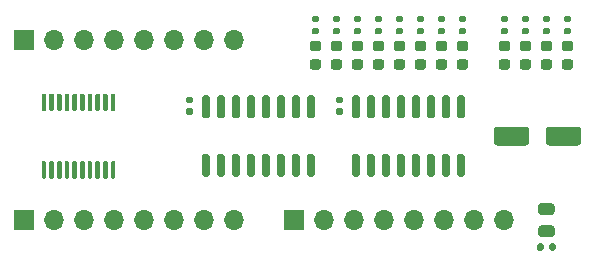
<source format=gbr>
%TF.GenerationSoftware,KiCad,Pcbnew,(5.1.10-1-10_14)*%
%TF.CreationDate,2021-10-16T23:36:31-04:00*%
%TF.ProjectId,address-register,61646472-6573-4732-9d72-656769737465,rev?*%
%TF.SameCoordinates,Original*%
%TF.FileFunction,Soldermask,Top*%
%TF.FilePolarity,Negative*%
%FSLAX46Y46*%
G04 Gerber Fmt 4.6, Leading zero omitted, Abs format (unit mm)*
G04 Created by KiCad (PCBNEW (5.1.10-1-10_14)) date 2021-10-16 23:36:31*
%MOMM*%
%LPD*%
G01*
G04 APERTURE LIST*
%ADD10O,1.700000X1.700000*%
%ADD11R,1.700000X1.700000*%
G04 APERTURE END LIST*
%TO.C,U3*%
G36*
G01*
X216151750Y-15082000D02*
X216664250Y-15082000D01*
G75*
G02*
X216883000Y-15300750I0J-218750D01*
G01*
X216883000Y-15738250D01*
G75*
G02*
X216664250Y-15957000I-218750J0D01*
G01*
X216151750Y-15957000D01*
G75*
G02*
X215933000Y-15738250I0J218750D01*
G01*
X215933000Y-15300750D01*
G75*
G02*
X216151750Y-15082000I218750J0D01*
G01*
G37*
G36*
G01*
X216151750Y-13507000D02*
X216664250Y-13507000D01*
G75*
G02*
X216883000Y-13725750I0J-218750D01*
G01*
X216883000Y-14163250D01*
G75*
G02*
X216664250Y-14382000I-218750J0D01*
G01*
X216151750Y-14382000D01*
G75*
G02*
X215933000Y-14163250I0J218750D01*
G01*
X215933000Y-13725750D01*
G75*
G02*
X216151750Y-13507000I218750J0D01*
G01*
G37*
%TD*%
%TO.C,U4*%
G36*
G01*
X185951000Y-20090000D02*
X185651000Y-20090000D01*
G75*
G02*
X185501000Y-19940000I0J150000D01*
G01*
X185501000Y-18290000D01*
G75*
G02*
X185651000Y-18140000I150000J0D01*
G01*
X185951000Y-18140000D01*
G75*
G02*
X186101000Y-18290000I0J-150000D01*
G01*
X186101000Y-19940000D01*
G75*
G02*
X185951000Y-20090000I-150000J0D01*
G01*
G37*
G36*
G01*
X187221000Y-20090000D02*
X186921000Y-20090000D01*
G75*
G02*
X186771000Y-19940000I0J150000D01*
G01*
X186771000Y-18290000D01*
G75*
G02*
X186921000Y-18140000I150000J0D01*
G01*
X187221000Y-18140000D01*
G75*
G02*
X187371000Y-18290000I0J-150000D01*
G01*
X187371000Y-19940000D01*
G75*
G02*
X187221000Y-20090000I-150000J0D01*
G01*
G37*
G36*
G01*
X188491000Y-20090000D02*
X188191000Y-20090000D01*
G75*
G02*
X188041000Y-19940000I0J150000D01*
G01*
X188041000Y-18290000D01*
G75*
G02*
X188191000Y-18140000I150000J0D01*
G01*
X188491000Y-18140000D01*
G75*
G02*
X188641000Y-18290000I0J-150000D01*
G01*
X188641000Y-19940000D01*
G75*
G02*
X188491000Y-20090000I-150000J0D01*
G01*
G37*
G36*
G01*
X189761000Y-20090000D02*
X189461000Y-20090000D01*
G75*
G02*
X189311000Y-19940000I0J150000D01*
G01*
X189311000Y-18290000D01*
G75*
G02*
X189461000Y-18140000I150000J0D01*
G01*
X189761000Y-18140000D01*
G75*
G02*
X189911000Y-18290000I0J-150000D01*
G01*
X189911000Y-19940000D01*
G75*
G02*
X189761000Y-20090000I-150000J0D01*
G01*
G37*
G36*
G01*
X191031000Y-20090000D02*
X190731000Y-20090000D01*
G75*
G02*
X190581000Y-19940000I0J150000D01*
G01*
X190581000Y-18290000D01*
G75*
G02*
X190731000Y-18140000I150000J0D01*
G01*
X191031000Y-18140000D01*
G75*
G02*
X191181000Y-18290000I0J-150000D01*
G01*
X191181000Y-19940000D01*
G75*
G02*
X191031000Y-20090000I-150000J0D01*
G01*
G37*
G36*
G01*
X192301000Y-20090000D02*
X192001000Y-20090000D01*
G75*
G02*
X191851000Y-19940000I0J150000D01*
G01*
X191851000Y-18290000D01*
G75*
G02*
X192001000Y-18140000I150000J0D01*
G01*
X192301000Y-18140000D01*
G75*
G02*
X192451000Y-18290000I0J-150000D01*
G01*
X192451000Y-19940000D01*
G75*
G02*
X192301000Y-20090000I-150000J0D01*
G01*
G37*
G36*
G01*
X193571000Y-20090000D02*
X193271000Y-20090000D01*
G75*
G02*
X193121000Y-19940000I0J150000D01*
G01*
X193121000Y-18290000D01*
G75*
G02*
X193271000Y-18140000I150000J0D01*
G01*
X193571000Y-18140000D01*
G75*
G02*
X193721000Y-18290000I0J-150000D01*
G01*
X193721000Y-19940000D01*
G75*
G02*
X193571000Y-20090000I-150000J0D01*
G01*
G37*
G36*
G01*
X194841000Y-20090000D02*
X194541000Y-20090000D01*
G75*
G02*
X194391000Y-19940000I0J150000D01*
G01*
X194391000Y-18290000D01*
G75*
G02*
X194541000Y-18140000I150000J0D01*
G01*
X194841000Y-18140000D01*
G75*
G02*
X194991000Y-18290000I0J-150000D01*
G01*
X194991000Y-19940000D01*
G75*
G02*
X194841000Y-20090000I-150000J0D01*
G01*
G37*
G36*
G01*
X194841000Y-25040000D02*
X194541000Y-25040000D01*
G75*
G02*
X194391000Y-24890000I0J150000D01*
G01*
X194391000Y-23240000D01*
G75*
G02*
X194541000Y-23090000I150000J0D01*
G01*
X194841000Y-23090000D01*
G75*
G02*
X194991000Y-23240000I0J-150000D01*
G01*
X194991000Y-24890000D01*
G75*
G02*
X194841000Y-25040000I-150000J0D01*
G01*
G37*
G36*
G01*
X193571000Y-25040000D02*
X193271000Y-25040000D01*
G75*
G02*
X193121000Y-24890000I0J150000D01*
G01*
X193121000Y-23240000D01*
G75*
G02*
X193271000Y-23090000I150000J0D01*
G01*
X193571000Y-23090000D01*
G75*
G02*
X193721000Y-23240000I0J-150000D01*
G01*
X193721000Y-24890000D01*
G75*
G02*
X193571000Y-25040000I-150000J0D01*
G01*
G37*
G36*
G01*
X192301000Y-25040000D02*
X192001000Y-25040000D01*
G75*
G02*
X191851000Y-24890000I0J150000D01*
G01*
X191851000Y-23240000D01*
G75*
G02*
X192001000Y-23090000I150000J0D01*
G01*
X192301000Y-23090000D01*
G75*
G02*
X192451000Y-23240000I0J-150000D01*
G01*
X192451000Y-24890000D01*
G75*
G02*
X192301000Y-25040000I-150000J0D01*
G01*
G37*
G36*
G01*
X191031000Y-25040000D02*
X190731000Y-25040000D01*
G75*
G02*
X190581000Y-24890000I0J150000D01*
G01*
X190581000Y-23240000D01*
G75*
G02*
X190731000Y-23090000I150000J0D01*
G01*
X191031000Y-23090000D01*
G75*
G02*
X191181000Y-23240000I0J-150000D01*
G01*
X191181000Y-24890000D01*
G75*
G02*
X191031000Y-25040000I-150000J0D01*
G01*
G37*
G36*
G01*
X189761000Y-25040000D02*
X189461000Y-25040000D01*
G75*
G02*
X189311000Y-24890000I0J150000D01*
G01*
X189311000Y-23240000D01*
G75*
G02*
X189461000Y-23090000I150000J0D01*
G01*
X189761000Y-23090000D01*
G75*
G02*
X189911000Y-23240000I0J-150000D01*
G01*
X189911000Y-24890000D01*
G75*
G02*
X189761000Y-25040000I-150000J0D01*
G01*
G37*
G36*
G01*
X188491000Y-25040000D02*
X188191000Y-25040000D01*
G75*
G02*
X188041000Y-24890000I0J150000D01*
G01*
X188041000Y-23240000D01*
G75*
G02*
X188191000Y-23090000I150000J0D01*
G01*
X188491000Y-23090000D01*
G75*
G02*
X188641000Y-23240000I0J-150000D01*
G01*
X188641000Y-24890000D01*
G75*
G02*
X188491000Y-25040000I-150000J0D01*
G01*
G37*
G36*
G01*
X187221000Y-25040000D02*
X186921000Y-25040000D01*
G75*
G02*
X186771000Y-24890000I0J150000D01*
G01*
X186771000Y-23240000D01*
G75*
G02*
X186921000Y-23090000I150000J0D01*
G01*
X187221000Y-23090000D01*
G75*
G02*
X187371000Y-23240000I0J-150000D01*
G01*
X187371000Y-24890000D01*
G75*
G02*
X187221000Y-25040000I-150000J0D01*
G01*
G37*
G36*
G01*
X185951000Y-25040000D02*
X185651000Y-25040000D01*
G75*
G02*
X185501000Y-24890000I0J150000D01*
G01*
X185501000Y-23240000D01*
G75*
G02*
X185651000Y-23090000I150000J0D01*
G01*
X185951000Y-23090000D01*
G75*
G02*
X186101000Y-23240000I0J-150000D01*
G01*
X186101000Y-24890000D01*
G75*
G02*
X185951000Y-25040000I-150000J0D01*
G01*
G37*
%TD*%
%TO.C,U2*%
G36*
G01*
X198651000Y-20090000D02*
X198351000Y-20090000D01*
G75*
G02*
X198201000Y-19940000I0J150000D01*
G01*
X198201000Y-18290000D01*
G75*
G02*
X198351000Y-18140000I150000J0D01*
G01*
X198651000Y-18140000D01*
G75*
G02*
X198801000Y-18290000I0J-150000D01*
G01*
X198801000Y-19940000D01*
G75*
G02*
X198651000Y-20090000I-150000J0D01*
G01*
G37*
G36*
G01*
X199921000Y-20090000D02*
X199621000Y-20090000D01*
G75*
G02*
X199471000Y-19940000I0J150000D01*
G01*
X199471000Y-18290000D01*
G75*
G02*
X199621000Y-18140000I150000J0D01*
G01*
X199921000Y-18140000D01*
G75*
G02*
X200071000Y-18290000I0J-150000D01*
G01*
X200071000Y-19940000D01*
G75*
G02*
X199921000Y-20090000I-150000J0D01*
G01*
G37*
G36*
G01*
X201191000Y-20090000D02*
X200891000Y-20090000D01*
G75*
G02*
X200741000Y-19940000I0J150000D01*
G01*
X200741000Y-18290000D01*
G75*
G02*
X200891000Y-18140000I150000J0D01*
G01*
X201191000Y-18140000D01*
G75*
G02*
X201341000Y-18290000I0J-150000D01*
G01*
X201341000Y-19940000D01*
G75*
G02*
X201191000Y-20090000I-150000J0D01*
G01*
G37*
G36*
G01*
X202461000Y-20090000D02*
X202161000Y-20090000D01*
G75*
G02*
X202011000Y-19940000I0J150000D01*
G01*
X202011000Y-18290000D01*
G75*
G02*
X202161000Y-18140000I150000J0D01*
G01*
X202461000Y-18140000D01*
G75*
G02*
X202611000Y-18290000I0J-150000D01*
G01*
X202611000Y-19940000D01*
G75*
G02*
X202461000Y-20090000I-150000J0D01*
G01*
G37*
G36*
G01*
X203731000Y-20090000D02*
X203431000Y-20090000D01*
G75*
G02*
X203281000Y-19940000I0J150000D01*
G01*
X203281000Y-18290000D01*
G75*
G02*
X203431000Y-18140000I150000J0D01*
G01*
X203731000Y-18140000D01*
G75*
G02*
X203881000Y-18290000I0J-150000D01*
G01*
X203881000Y-19940000D01*
G75*
G02*
X203731000Y-20090000I-150000J0D01*
G01*
G37*
G36*
G01*
X205001000Y-20090000D02*
X204701000Y-20090000D01*
G75*
G02*
X204551000Y-19940000I0J150000D01*
G01*
X204551000Y-18290000D01*
G75*
G02*
X204701000Y-18140000I150000J0D01*
G01*
X205001000Y-18140000D01*
G75*
G02*
X205151000Y-18290000I0J-150000D01*
G01*
X205151000Y-19940000D01*
G75*
G02*
X205001000Y-20090000I-150000J0D01*
G01*
G37*
G36*
G01*
X206271000Y-20090000D02*
X205971000Y-20090000D01*
G75*
G02*
X205821000Y-19940000I0J150000D01*
G01*
X205821000Y-18290000D01*
G75*
G02*
X205971000Y-18140000I150000J0D01*
G01*
X206271000Y-18140000D01*
G75*
G02*
X206421000Y-18290000I0J-150000D01*
G01*
X206421000Y-19940000D01*
G75*
G02*
X206271000Y-20090000I-150000J0D01*
G01*
G37*
G36*
G01*
X207541000Y-20090000D02*
X207241000Y-20090000D01*
G75*
G02*
X207091000Y-19940000I0J150000D01*
G01*
X207091000Y-18290000D01*
G75*
G02*
X207241000Y-18140000I150000J0D01*
G01*
X207541000Y-18140000D01*
G75*
G02*
X207691000Y-18290000I0J-150000D01*
G01*
X207691000Y-19940000D01*
G75*
G02*
X207541000Y-20090000I-150000J0D01*
G01*
G37*
G36*
G01*
X207541000Y-25040000D02*
X207241000Y-25040000D01*
G75*
G02*
X207091000Y-24890000I0J150000D01*
G01*
X207091000Y-23240000D01*
G75*
G02*
X207241000Y-23090000I150000J0D01*
G01*
X207541000Y-23090000D01*
G75*
G02*
X207691000Y-23240000I0J-150000D01*
G01*
X207691000Y-24890000D01*
G75*
G02*
X207541000Y-25040000I-150000J0D01*
G01*
G37*
G36*
G01*
X206271000Y-25040000D02*
X205971000Y-25040000D01*
G75*
G02*
X205821000Y-24890000I0J150000D01*
G01*
X205821000Y-23240000D01*
G75*
G02*
X205971000Y-23090000I150000J0D01*
G01*
X206271000Y-23090000D01*
G75*
G02*
X206421000Y-23240000I0J-150000D01*
G01*
X206421000Y-24890000D01*
G75*
G02*
X206271000Y-25040000I-150000J0D01*
G01*
G37*
G36*
G01*
X205001000Y-25040000D02*
X204701000Y-25040000D01*
G75*
G02*
X204551000Y-24890000I0J150000D01*
G01*
X204551000Y-23240000D01*
G75*
G02*
X204701000Y-23090000I150000J0D01*
G01*
X205001000Y-23090000D01*
G75*
G02*
X205151000Y-23240000I0J-150000D01*
G01*
X205151000Y-24890000D01*
G75*
G02*
X205001000Y-25040000I-150000J0D01*
G01*
G37*
G36*
G01*
X203731000Y-25040000D02*
X203431000Y-25040000D01*
G75*
G02*
X203281000Y-24890000I0J150000D01*
G01*
X203281000Y-23240000D01*
G75*
G02*
X203431000Y-23090000I150000J0D01*
G01*
X203731000Y-23090000D01*
G75*
G02*
X203881000Y-23240000I0J-150000D01*
G01*
X203881000Y-24890000D01*
G75*
G02*
X203731000Y-25040000I-150000J0D01*
G01*
G37*
G36*
G01*
X202461000Y-25040000D02*
X202161000Y-25040000D01*
G75*
G02*
X202011000Y-24890000I0J150000D01*
G01*
X202011000Y-23240000D01*
G75*
G02*
X202161000Y-23090000I150000J0D01*
G01*
X202461000Y-23090000D01*
G75*
G02*
X202611000Y-23240000I0J-150000D01*
G01*
X202611000Y-24890000D01*
G75*
G02*
X202461000Y-25040000I-150000J0D01*
G01*
G37*
G36*
G01*
X201191000Y-25040000D02*
X200891000Y-25040000D01*
G75*
G02*
X200741000Y-24890000I0J150000D01*
G01*
X200741000Y-23240000D01*
G75*
G02*
X200891000Y-23090000I150000J0D01*
G01*
X201191000Y-23090000D01*
G75*
G02*
X201341000Y-23240000I0J-150000D01*
G01*
X201341000Y-24890000D01*
G75*
G02*
X201191000Y-25040000I-150000J0D01*
G01*
G37*
G36*
G01*
X199921000Y-25040000D02*
X199621000Y-25040000D01*
G75*
G02*
X199471000Y-24890000I0J150000D01*
G01*
X199471000Y-23240000D01*
G75*
G02*
X199621000Y-23090000I150000J0D01*
G01*
X199921000Y-23090000D01*
G75*
G02*
X200071000Y-23240000I0J-150000D01*
G01*
X200071000Y-24890000D01*
G75*
G02*
X199921000Y-25040000I-150000J0D01*
G01*
G37*
G36*
G01*
X198651000Y-25040000D02*
X198351000Y-25040000D01*
G75*
G02*
X198201000Y-24890000I0J150000D01*
G01*
X198201000Y-23240000D01*
G75*
G02*
X198351000Y-23090000I150000J0D01*
G01*
X198651000Y-23090000D01*
G75*
G02*
X198801000Y-23240000I0J-150000D01*
G01*
X198801000Y-24890000D01*
G75*
G02*
X198651000Y-25040000I-150000J0D01*
G01*
G37*
%TD*%
%TO.C,U1*%
G36*
G01*
X172181000Y-19465000D02*
X171981000Y-19465000D01*
G75*
G02*
X171881000Y-19365000I0J100000D01*
G01*
X171881000Y-18090000D01*
G75*
G02*
X171981000Y-17990000I100000J0D01*
G01*
X172181000Y-17990000D01*
G75*
G02*
X172281000Y-18090000I0J-100000D01*
G01*
X172281000Y-19365000D01*
G75*
G02*
X172181000Y-19465000I-100000J0D01*
G01*
G37*
G36*
G01*
X172831000Y-19465000D02*
X172631000Y-19465000D01*
G75*
G02*
X172531000Y-19365000I0J100000D01*
G01*
X172531000Y-18090000D01*
G75*
G02*
X172631000Y-17990000I100000J0D01*
G01*
X172831000Y-17990000D01*
G75*
G02*
X172931000Y-18090000I0J-100000D01*
G01*
X172931000Y-19365000D01*
G75*
G02*
X172831000Y-19465000I-100000J0D01*
G01*
G37*
G36*
G01*
X173481000Y-19465000D02*
X173281000Y-19465000D01*
G75*
G02*
X173181000Y-19365000I0J100000D01*
G01*
X173181000Y-18090000D01*
G75*
G02*
X173281000Y-17990000I100000J0D01*
G01*
X173481000Y-17990000D01*
G75*
G02*
X173581000Y-18090000I0J-100000D01*
G01*
X173581000Y-19365000D01*
G75*
G02*
X173481000Y-19465000I-100000J0D01*
G01*
G37*
G36*
G01*
X174131000Y-19465000D02*
X173931000Y-19465000D01*
G75*
G02*
X173831000Y-19365000I0J100000D01*
G01*
X173831000Y-18090000D01*
G75*
G02*
X173931000Y-17990000I100000J0D01*
G01*
X174131000Y-17990000D01*
G75*
G02*
X174231000Y-18090000I0J-100000D01*
G01*
X174231000Y-19365000D01*
G75*
G02*
X174131000Y-19465000I-100000J0D01*
G01*
G37*
G36*
G01*
X174781000Y-19465000D02*
X174581000Y-19465000D01*
G75*
G02*
X174481000Y-19365000I0J100000D01*
G01*
X174481000Y-18090000D01*
G75*
G02*
X174581000Y-17990000I100000J0D01*
G01*
X174781000Y-17990000D01*
G75*
G02*
X174881000Y-18090000I0J-100000D01*
G01*
X174881000Y-19365000D01*
G75*
G02*
X174781000Y-19465000I-100000J0D01*
G01*
G37*
G36*
G01*
X175431000Y-19465000D02*
X175231000Y-19465000D01*
G75*
G02*
X175131000Y-19365000I0J100000D01*
G01*
X175131000Y-18090000D01*
G75*
G02*
X175231000Y-17990000I100000J0D01*
G01*
X175431000Y-17990000D01*
G75*
G02*
X175531000Y-18090000I0J-100000D01*
G01*
X175531000Y-19365000D01*
G75*
G02*
X175431000Y-19465000I-100000J0D01*
G01*
G37*
G36*
G01*
X176081000Y-19465000D02*
X175881000Y-19465000D01*
G75*
G02*
X175781000Y-19365000I0J100000D01*
G01*
X175781000Y-18090000D01*
G75*
G02*
X175881000Y-17990000I100000J0D01*
G01*
X176081000Y-17990000D01*
G75*
G02*
X176181000Y-18090000I0J-100000D01*
G01*
X176181000Y-19365000D01*
G75*
G02*
X176081000Y-19465000I-100000J0D01*
G01*
G37*
G36*
G01*
X176731000Y-19465000D02*
X176531000Y-19465000D01*
G75*
G02*
X176431000Y-19365000I0J100000D01*
G01*
X176431000Y-18090000D01*
G75*
G02*
X176531000Y-17990000I100000J0D01*
G01*
X176731000Y-17990000D01*
G75*
G02*
X176831000Y-18090000I0J-100000D01*
G01*
X176831000Y-19365000D01*
G75*
G02*
X176731000Y-19465000I-100000J0D01*
G01*
G37*
G36*
G01*
X177381000Y-19465000D02*
X177181000Y-19465000D01*
G75*
G02*
X177081000Y-19365000I0J100000D01*
G01*
X177081000Y-18090000D01*
G75*
G02*
X177181000Y-17990000I100000J0D01*
G01*
X177381000Y-17990000D01*
G75*
G02*
X177481000Y-18090000I0J-100000D01*
G01*
X177481000Y-19365000D01*
G75*
G02*
X177381000Y-19465000I-100000J0D01*
G01*
G37*
G36*
G01*
X178031000Y-19465000D02*
X177831000Y-19465000D01*
G75*
G02*
X177731000Y-19365000I0J100000D01*
G01*
X177731000Y-18090000D01*
G75*
G02*
X177831000Y-17990000I100000J0D01*
G01*
X178031000Y-17990000D01*
G75*
G02*
X178131000Y-18090000I0J-100000D01*
G01*
X178131000Y-19365000D01*
G75*
G02*
X178031000Y-19465000I-100000J0D01*
G01*
G37*
G36*
G01*
X178031000Y-25190000D02*
X177831000Y-25190000D01*
G75*
G02*
X177731000Y-25090000I0J100000D01*
G01*
X177731000Y-23815000D01*
G75*
G02*
X177831000Y-23715000I100000J0D01*
G01*
X178031000Y-23715000D01*
G75*
G02*
X178131000Y-23815000I0J-100000D01*
G01*
X178131000Y-25090000D01*
G75*
G02*
X178031000Y-25190000I-100000J0D01*
G01*
G37*
G36*
G01*
X177381000Y-25190000D02*
X177181000Y-25190000D01*
G75*
G02*
X177081000Y-25090000I0J100000D01*
G01*
X177081000Y-23815000D01*
G75*
G02*
X177181000Y-23715000I100000J0D01*
G01*
X177381000Y-23715000D01*
G75*
G02*
X177481000Y-23815000I0J-100000D01*
G01*
X177481000Y-25090000D01*
G75*
G02*
X177381000Y-25190000I-100000J0D01*
G01*
G37*
G36*
G01*
X176731000Y-25190000D02*
X176531000Y-25190000D01*
G75*
G02*
X176431000Y-25090000I0J100000D01*
G01*
X176431000Y-23815000D01*
G75*
G02*
X176531000Y-23715000I100000J0D01*
G01*
X176731000Y-23715000D01*
G75*
G02*
X176831000Y-23815000I0J-100000D01*
G01*
X176831000Y-25090000D01*
G75*
G02*
X176731000Y-25190000I-100000J0D01*
G01*
G37*
G36*
G01*
X176081000Y-25190000D02*
X175881000Y-25190000D01*
G75*
G02*
X175781000Y-25090000I0J100000D01*
G01*
X175781000Y-23815000D01*
G75*
G02*
X175881000Y-23715000I100000J0D01*
G01*
X176081000Y-23715000D01*
G75*
G02*
X176181000Y-23815000I0J-100000D01*
G01*
X176181000Y-25090000D01*
G75*
G02*
X176081000Y-25190000I-100000J0D01*
G01*
G37*
G36*
G01*
X175431000Y-25190000D02*
X175231000Y-25190000D01*
G75*
G02*
X175131000Y-25090000I0J100000D01*
G01*
X175131000Y-23815000D01*
G75*
G02*
X175231000Y-23715000I100000J0D01*
G01*
X175431000Y-23715000D01*
G75*
G02*
X175531000Y-23815000I0J-100000D01*
G01*
X175531000Y-25090000D01*
G75*
G02*
X175431000Y-25190000I-100000J0D01*
G01*
G37*
G36*
G01*
X174781000Y-25190000D02*
X174581000Y-25190000D01*
G75*
G02*
X174481000Y-25090000I0J100000D01*
G01*
X174481000Y-23815000D01*
G75*
G02*
X174581000Y-23715000I100000J0D01*
G01*
X174781000Y-23715000D01*
G75*
G02*
X174881000Y-23815000I0J-100000D01*
G01*
X174881000Y-25090000D01*
G75*
G02*
X174781000Y-25190000I-100000J0D01*
G01*
G37*
G36*
G01*
X174131000Y-25190000D02*
X173931000Y-25190000D01*
G75*
G02*
X173831000Y-25090000I0J100000D01*
G01*
X173831000Y-23815000D01*
G75*
G02*
X173931000Y-23715000I100000J0D01*
G01*
X174131000Y-23715000D01*
G75*
G02*
X174231000Y-23815000I0J-100000D01*
G01*
X174231000Y-25090000D01*
G75*
G02*
X174131000Y-25190000I-100000J0D01*
G01*
G37*
G36*
G01*
X173481000Y-25190000D02*
X173281000Y-25190000D01*
G75*
G02*
X173181000Y-25090000I0J100000D01*
G01*
X173181000Y-23815000D01*
G75*
G02*
X173281000Y-23715000I100000J0D01*
G01*
X173481000Y-23715000D01*
G75*
G02*
X173581000Y-23815000I0J-100000D01*
G01*
X173581000Y-25090000D01*
G75*
G02*
X173481000Y-25190000I-100000J0D01*
G01*
G37*
G36*
G01*
X172831000Y-25190000D02*
X172631000Y-25190000D01*
G75*
G02*
X172531000Y-25090000I0J100000D01*
G01*
X172531000Y-23815000D01*
G75*
G02*
X172631000Y-23715000I100000J0D01*
G01*
X172831000Y-23715000D01*
G75*
G02*
X172931000Y-23815000I0J-100000D01*
G01*
X172931000Y-25090000D01*
G75*
G02*
X172831000Y-25190000I-100000J0D01*
G01*
G37*
G36*
G01*
X172181000Y-25190000D02*
X171981000Y-25190000D01*
G75*
G02*
X171881000Y-25090000I0J100000D01*
G01*
X171881000Y-23815000D01*
G75*
G02*
X171981000Y-23715000I100000J0D01*
G01*
X172181000Y-23715000D01*
G75*
G02*
X172281000Y-23815000I0J-100000D01*
G01*
X172281000Y-25090000D01*
G75*
G02*
X172181000Y-25190000I-100000J0D01*
G01*
G37*
%TD*%
%TO.C,R14*%
G36*
G01*
X216593000Y-11952000D02*
X216223000Y-11952000D01*
G75*
G02*
X216088000Y-11817000I0J135000D01*
G01*
X216088000Y-11547000D01*
G75*
G02*
X216223000Y-11412000I135000J0D01*
G01*
X216593000Y-11412000D01*
G75*
G02*
X216728000Y-11547000I0J-135000D01*
G01*
X216728000Y-11817000D01*
G75*
G02*
X216593000Y-11952000I-135000J0D01*
G01*
G37*
G36*
G01*
X216593000Y-12972000D02*
X216223000Y-12972000D01*
G75*
G02*
X216088000Y-12837000I0J135000D01*
G01*
X216088000Y-12567000D01*
G75*
G02*
X216223000Y-12432000I135000J0D01*
G01*
X216593000Y-12432000D01*
G75*
G02*
X216728000Y-12567000I0J-135000D01*
G01*
X216728000Y-12837000D01*
G75*
G02*
X216593000Y-12972000I-135000J0D01*
G01*
G37*
%TD*%
%TO.C,R12*%
G36*
G01*
X214815000Y-11952000D02*
X214445000Y-11952000D01*
G75*
G02*
X214310000Y-11817000I0J135000D01*
G01*
X214310000Y-11547000D01*
G75*
G02*
X214445000Y-11412000I135000J0D01*
G01*
X214815000Y-11412000D01*
G75*
G02*
X214950000Y-11547000I0J-135000D01*
G01*
X214950000Y-11817000D01*
G75*
G02*
X214815000Y-11952000I-135000J0D01*
G01*
G37*
G36*
G01*
X214815000Y-12972000D02*
X214445000Y-12972000D01*
G75*
G02*
X214310000Y-12837000I0J135000D01*
G01*
X214310000Y-12567000D01*
G75*
G02*
X214445000Y-12432000I135000J0D01*
G01*
X214815000Y-12432000D01*
G75*
G02*
X214950000Y-12567000I0J-135000D01*
G01*
X214950000Y-12837000D01*
G75*
G02*
X214815000Y-12972000I-135000J0D01*
G01*
G37*
%TD*%
%TO.C,R7*%
G36*
G01*
X213037000Y-11952000D02*
X212667000Y-11952000D01*
G75*
G02*
X212532000Y-11817000I0J135000D01*
G01*
X212532000Y-11547000D01*
G75*
G02*
X212667000Y-11412000I135000J0D01*
G01*
X213037000Y-11412000D01*
G75*
G02*
X213172000Y-11547000I0J-135000D01*
G01*
X213172000Y-11817000D01*
G75*
G02*
X213037000Y-11952000I-135000J0D01*
G01*
G37*
G36*
G01*
X213037000Y-12972000D02*
X212667000Y-12972000D01*
G75*
G02*
X212532000Y-12837000I0J135000D01*
G01*
X212532000Y-12567000D01*
G75*
G02*
X212667000Y-12432000I135000J0D01*
G01*
X213037000Y-12432000D01*
G75*
G02*
X213172000Y-12567000I0J-135000D01*
G01*
X213172000Y-12837000D01*
G75*
G02*
X213037000Y-12972000I-135000J0D01*
G01*
G37*
%TD*%
%TO.C,R6*%
G36*
G01*
X214390000Y-30803000D02*
X214390000Y-31173000D01*
G75*
G02*
X214255000Y-31308000I-135000J0D01*
G01*
X213985000Y-31308000D01*
G75*
G02*
X213850000Y-31173000I0J135000D01*
G01*
X213850000Y-30803000D01*
G75*
G02*
X213985000Y-30668000I135000J0D01*
G01*
X214255000Y-30668000D01*
G75*
G02*
X214390000Y-30803000I0J-135000D01*
G01*
G37*
G36*
G01*
X215410000Y-30803000D02*
X215410000Y-31173000D01*
G75*
G02*
X215275000Y-31308000I-135000J0D01*
G01*
X215005000Y-31308000D01*
G75*
G02*
X214870000Y-31173000I0J135000D01*
G01*
X214870000Y-30803000D01*
G75*
G02*
X215005000Y-30668000I135000J0D01*
G01*
X215275000Y-30668000D01*
G75*
G02*
X215410000Y-30803000I0J-135000D01*
G01*
G37*
%TD*%
%TO.C,R2*%
G36*
G01*
X211259000Y-11952000D02*
X210889000Y-11952000D01*
G75*
G02*
X210754000Y-11817000I0J135000D01*
G01*
X210754000Y-11547000D01*
G75*
G02*
X210889000Y-11412000I135000J0D01*
G01*
X211259000Y-11412000D01*
G75*
G02*
X211394000Y-11547000I0J-135000D01*
G01*
X211394000Y-11817000D01*
G75*
G02*
X211259000Y-11952000I-135000J0D01*
G01*
G37*
G36*
G01*
X211259000Y-12972000D02*
X210889000Y-12972000D01*
G75*
G02*
X210754000Y-12837000I0J135000D01*
G01*
X210754000Y-12567000D01*
G75*
G02*
X210889000Y-12432000I135000J0D01*
G01*
X211259000Y-12432000D01*
G75*
G02*
X211394000Y-12567000I0J-135000D01*
G01*
X211394000Y-12837000D01*
G75*
G02*
X211259000Y-12972000I-135000J0D01*
G01*
G37*
%TD*%
D10*
%TO.C,J3*%
X188214000Y-28702000D03*
X185674000Y-28702000D03*
X183134000Y-28702000D03*
X180594000Y-28702000D03*
X178054000Y-28702000D03*
X175514000Y-28702000D03*
X172974000Y-28702000D03*
D11*
X170434000Y-28702000D03*
%TD*%
D10*
%TO.C,J2*%
X188214000Y-13462000D03*
X185674000Y-13462000D03*
X183134000Y-13462000D03*
X180594000Y-13462000D03*
X178054000Y-13462000D03*
X175514000Y-13462000D03*
X172974000Y-13462000D03*
D11*
X170434000Y-13462000D03*
%TD*%
%TO.C,D12*%
G36*
G01*
X214373750Y-15082000D02*
X214886250Y-15082000D01*
G75*
G02*
X215105000Y-15300750I0J-218750D01*
G01*
X215105000Y-15738250D01*
G75*
G02*
X214886250Y-15957000I-218750J0D01*
G01*
X214373750Y-15957000D01*
G75*
G02*
X214155000Y-15738250I0J218750D01*
G01*
X214155000Y-15300750D01*
G75*
G02*
X214373750Y-15082000I218750J0D01*
G01*
G37*
G36*
G01*
X214373750Y-13507000D02*
X214886250Y-13507000D01*
G75*
G02*
X215105000Y-13725750I0J-218750D01*
G01*
X215105000Y-14163250D01*
G75*
G02*
X214886250Y-14382000I-218750J0D01*
G01*
X214373750Y-14382000D01*
G75*
G02*
X214155000Y-14163250I0J218750D01*
G01*
X214155000Y-13725750D01*
G75*
G02*
X214373750Y-13507000I218750J0D01*
G01*
G37*
%TD*%
%TO.C,D7*%
G36*
G01*
X212595750Y-15082000D02*
X213108250Y-15082000D01*
G75*
G02*
X213327000Y-15300750I0J-218750D01*
G01*
X213327000Y-15738250D01*
G75*
G02*
X213108250Y-15957000I-218750J0D01*
G01*
X212595750Y-15957000D01*
G75*
G02*
X212377000Y-15738250I0J218750D01*
G01*
X212377000Y-15300750D01*
G75*
G02*
X212595750Y-15082000I218750J0D01*
G01*
G37*
G36*
G01*
X212595750Y-13507000D02*
X213108250Y-13507000D01*
G75*
G02*
X213327000Y-13725750I0J-218750D01*
G01*
X213327000Y-14163250D01*
G75*
G02*
X213108250Y-14382000I-218750J0D01*
G01*
X212595750Y-14382000D01*
G75*
G02*
X212377000Y-14163250I0J218750D01*
G01*
X212377000Y-13725750D01*
G75*
G02*
X212595750Y-13507000I218750J0D01*
G01*
G37*
%TD*%
%TO.C,D6*%
G36*
G01*
X215086250Y-28252000D02*
X214173750Y-28252000D01*
G75*
G02*
X213930000Y-28008250I0J243750D01*
G01*
X213930000Y-27520750D01*
G75*
G02*
X214173750Y-27277000I243750J0D01*
G01*
X215086250Y-27277000D01*
G75*
G02*
X215330000Y-27520750I0J-243750D01*
G01*
X215330000Y-28008250D01*
G75*
G02*
X215086250Y-28252000I-243750J0D01*
G01*
G37*
G36*
G01*
X215086250Y-30127000D02*
X214173750Y-30127000D01*
G75*
G02*
X213930000Y-29883250I0J243750D01*
G01*
X213930000Y-29395750D01*
G75*
G02*
X214173750Y-29152000I243750J0D01*
G01*
X215086250Y-29152000D01*
G75*
G02*
X215330000Y-29395750I0J-243750D01*
G01*
X215330000Y-29883250D01*
G75*
G02*
X215086250Y-30127000I-243750J0D01*
G01*
G37*
%TD*%
%TO.C,D2*%
G36*
G01*
X210817750Y-15082000D02*
X211330250Y-15082000D01*
G75*
G02*
X211549000Y-15300750I0J-218750D01*
G01*
X211549000Y-15738250D01*
G75*
G02*
X211330250Y-15957000I-218750J0D01*
G01*
X210817750Y-15957000D01*
G75*
G02*
X210599000Y-15738250I0J218750D01*
G01*
X210599000Y-15300750D01*
G75*
G02*
X210817750Y-15082000I218750J0D01*
G01*
G37*
G36*
G01*
X210817750Y-13507000D02*
X211330250Y-13507000D01*
G75*
G02*
X211549000Y-13725750I0J-218750D01*
G01*
X211549000Y-14163250D01*
G75*
G02*
X211330250Y-14382000I-218750J0D01*
G01*
X210817750Y-14382000D01*
G75*
G02*
X210599000Y-14163250I0J218750D01*
G01*
X210599000Y-13725750D01*
G75*
G02*
X210817750Y-13507000I218750J0D01*
G01*
G37*
%TD*%
%TO.C,C5*%
G36*
G01*
X184574000Y-18822000D02*
X184234000Y-18822000D01*
G75*
G02*
X184094000Y-18682000I0J140000D01*
G01*
X184094000Y-18402000D01*
G75*
G02*
X184234000Y-18262000I140000J0D01*
G01*
X184574000Y-18262000D01*
G75*
G02*
X184714000Y-18402000I0J-140000D01*
G01*
X184714000Y-18682000D01*
G75*
G02*
X184574000Y-18822000I-140000J0D01*
G01*
G37*
G36*
G01*
X184574000Y-19782000D02*
X184234000Y-19782000D01*
G75*
G02*
X184094000Y-19642000I0J140000D01*
G01*
X184094000Y-19362000D01*
G75*
G02*
X184234000Y-19222000I140000J0D01*
G01*
X184574000Y-19222000D01*
G75*
G02*
X184714000Y-19362000I0J-140000D01*
G01*
X184714000Y-19642000D01*
G75*
G02*
X184574000Y-19782000I-140000J0D01*
G01*
G37*
%TD*%
%TO.C,C2*%
G36*
G01*
X197274000Y-18822000D02*
X196934000Y-18822000D01*
G75*
G02*
X196794000Y-18682000I0J140000D01*
G01*
X196794000Y-18402000D01*
G75*
G02*
X196934000Y-18262000I140000J0D01*
G01*
X197274000Y-18262000D01*
G75*
G02*
X197414000Y-18402000I0J-140000D01*
G01*
X197414000Y-18682000D01*
G75*
G02*
X197274000Y-18822000I-140000J0D01*
G01*
G37*
G36*
G01*
X197274000Y-19782000D02*
X196934000Y-19782000D01*
G75*
G02*
X196794000Y-19642000I0J140000D01*
G01*
X196794000Y-19362000D01*
G75*
G02*
X196934000Y-19222000I140000J0D01*
G01*
X197274000Y-19222000D01*
G75*
G02*
X197414000Y-19362000I0J-140000D01*
G01*
X197414000Y-19642000D01*
G75*
G02*
X197274000Y-19782000I-140000J0D01*
G01*
G37*
%TD*%
%TO.C,C1*%
G36*
G01*
X213168000Y-21040000D02*
X213168000Y-22140000D01*
G75*
G02*
X212918000Y-22390000I-250000J0D01*
G01*
X210418000Y-22390000D01*
G75*
G02*
X210168000Y-22140000I0J250000D01*
G01*
X210168000Y-21040000D01*
G75*
G02*
X210418000Y-20790000I250000J0D01*
G01*
X212918000Y-20790000D01*
G75*
G02*
X213168000Y-21040000I0J-250000D01*
G01*
G37*
G36*
G01*
X217568000Y-21040000D02*
X217568000Y-22140000D01*
G75*
G02*
X217318000Y-22390000I-250000J0D01*
G01*
X214818000Y-22390000D01*
G75*
G02*
X214568000Y-22140000I0J250000D01*
G01*
X214568000Y-21040000D01*
G75*
G02*
X214818000Y-20790000I250000J0D01*
G01*
X217318000Y-20790000D01*
G75*
G02*
X217568000Y-21040000I0J-250000D01*
G01*
G37*
%TD*%
D10*
%TO.C,J1*%
X211074000Y-28702000D03*
X208534000Y-28702000D03*
X205994000Y-28702000D03*
X203454000Y-28702000D03*
X200914000Y-28702000D03*
X198374000Y-28702000D03*
X195834000Y-28702000D03*
D11*
X193294000Y-28702000D03*
%TD*%
%TO.C,D16*%
G36*
G01*
X194815750Y-13507000D02*
X195328250Y-13507000D01*
G75*
G02*
X195547000Y-13725750I0J-218750D01*
G01*
X195547000Y-14163250D01*
G75*
G02*
X195328250Y-14382000I-218750J0D01*
G01*
X194815750Y-14382000D01*
G75*
G02*
X194597000Y-14163250I0J218750D01*
G01*
X194597000Y-13725750D01*
G75*
G02*
X194815750Y-13507000I218750J0D01*
G01*
G37*
G36*
G01*
X194815750Y-15082000D02*
X195328250Y-15082000D01*
G75*
G02*
X195547000Y-15300750I0J-218750D01*
G01*
X195547000Y-15738250D01*
G75*
G02*
X195328250Y-15957000I-218750J0D01*
G01*
X194815750Y-15957000D01*
G75*
G02*
X194597000Y-15738250I0J218750D01*
G01*
X194597000Y-15300750D01*
G75*
G02*
X194815750Y-15082000I218750J0D01*
G01*
G37*
%TD*%
%TO.C,D17*%
G36*
G01*
X196593750Y-13507000D02*
X197106250Y-13507000D01*
G75*
G02*
X197325000Y-13725750I0J-218750D01*
G01*
X197325000Y-14163250D01*
G75*
G02*
X197106250Y-14382000I-218750J0D01*
G01*
X196593750Y-14382000D01*
G75*
G02*
X196375000Y-14163250I0J218750D01*
G01*
X196375000Y-13725750D01*
G75*
G02*
X196593750Y-13507000I218750J0D01*
G01*
G37*
G36*
G01*
X196593750Y-15082000D02*
X197106250Y-15082000D01*
G75*
G02*
X197325000Y-15300750I0J-218750D01*
G01*
X197325000Y-15738250D01*
G75*
G02*
X197106250Y-15957000I-218750J0D01*
G01*
X196593750Y-15957000D01*
G75*
G02*
X196375000Y-15738250I0J218750D01*
G01*
X196375000Y-15300750D01*
G75*
G02*
X196593750Y-15082000I218750J0D01*
G01*
G37*
%TD*%
%TO.C,D18*%
G36*
G01*
X198371750Y-13507000D02*
X198884250Y-13507000D01*
G75*
G02*
X199103000Y-13725750I0J-218750D01*
G01*
X199103000Y-14163250D01*
G75*
G02*
X198884250Y-14382000I-218750J0D01*
G01*
X198371750Y-14382000D01*
G75*
G02*
X198153000Y-14163250I0J218750D01*
G01*
X198153000Y-13725750D01*
G75*
G02*
X198371750Y-13507000I218750J0D01*
G01*
G37*
G36*
G01*
X198371750Y-15082000D02*
X198884250Y-15082000D01*
G75*
G02*
X199103000Y-15300750I0J-218750D01*
G01*
X199103000Y-15738250D01*
G75*
G02*
X198884250Y-15957000I-218750J0D01*
G01*
X198371750Y-15957000D01*
G75*
G02*
X198153000Y-15738250I0J218750D01*
G01*
X198153000Y-15300750D01*
G75*
G02*
X198371750Y-15082000I218750J0D01*
G01*
G37*
%TD*%
%TO.C,D19*%
G36*
G01*
X200149750Y-13507000D02*
X200662250Y-13507000D01*
G75*
G02*
X200881000Y-13725750I0J-218750D01*
G01*
X200881000Y-14163250D01*
G75*
G02*
X200662250Y-14382000I-218750J0D01*
G01*
X200149750Y-14382000D01*
G75*
G02*
X199931000Y-14163250I0J218750D01*
G01*
X199931000Y-13725750D01*
G75*
G02*
X200149750Y-13507000I218750J0D01*
G01*
G37*
G36*
G01*
X200149750Y-15082000D02*
X200662250Y-15082000D01*
G75*
G02*
X200881000Y-15300750I0J-218750D01*
G01*
X200881000Y-15738250D01*
G75*
G02*
X200662250Y-15957000I-218750J0D01*
G01*
X200149750Y-15957000D01*
G75*
G02*
X199931000Y-15738250I0J218750D01*
G01*
X199931000Y-15300750D01*
G75*
G02*
X200149750Y-15082000I218750J0D01*
G01*
G37*
%TD*%
%TO.C,D20*%
G36*
G01*
X201927750Y-13507000D02*
X202440250Y-13507000D01*
G75*
G02*
X202659000Y-13725750I0J-218750D01*
G01*
X202659000Y-14163250D01*
G75*
G02*
X202440250Y-14382000I-218750J0D01*
G01*
X201927750Y-14382000D01*
G75*
G02*
X201709000Y-14163250I0J218750D01*
G01*
X201709000Y-13725750D01*
G75*
G02*
X201927750Y-13507000I218750J0D01*
G01*
G37*
G36*
G01*
X201927750Y-15082000D02*
X202440250Y-15082000D01*
G75*
G02*
X202659000Y-15300750I0J-218750D01*
G01*
X202659000Y-15738250D01*
G75*
G02*
X202440250Y-15957000I-218750J0D01*
G01*
X201927750Y-15957000D01*
G75*
G02*
X201709000Y-15738250I0J218750D01*
G01*
X201709000Y-15300750D01*
G75*
G02*
X201927750Y-15082000I218750J0D01*
G01*
G37*
%TD*%
%TO.C,D21*%
G36*
G01*
X203705750Y-13507000D02*
X204218250Y-13507000D01*
G75*
G02*
X204437000Y-13725750I0J-218750D01*
G01*
X204437000Y-14163250D01*
G75*
G02*
X204218250Y-14382000I-218750J0D01*
G01*
X203705750Y-14382000D01*
G75*
G02*
X203487000Y-14163250I0J218750D01*
G01*
X203487000Y-13725750D01*
G75*
G02*
X203705750Y-13507000I218750J0D01*
G01*
G37*
G36*
G01*
X203705750Y-15082000D02*
X204218250Y-15082000D01*
G75*
G02*
X204437000Y-15300750I0J-218750D01*
G01*
X204437000Y-15738250D01*
G75*
G02*
X204218250Y-15957000I-218750J0D01*
G01*
X203705750Y-15957000D01*
G75*
G02*
X203487000Y-15738250I0J218750D01*
G01*
X203487000Y-15300750D01*
G75*
G02*
X203705750Y-15082000I218750J0D01*
G01*
G37*
%TD*%
%TO.C,D22*%
G36*
G01*
X205483750Y-13507000D02*
X205996250Y-13507000D01*
G75*
G02*
X206215000Y-13725750I0J-218750D01*
G01*
X206215000Y-14163250D01*
G75*
G02*
X205996250Y-14382000I-218750J0D01*
G01*
X205483750Y-14382000D01*
G75*
G02*
X205265000Y-14163250I0J218750D01*
G01*
X205265000Y-13725750D01*
G75*
G02*
X205483750Y-13507000I218750J0D01*
G01*
G37*
G36*
G01*
X205483750Y-15082000D02*
X205996250Y-15082000D01*
G75*
G02*
X206215000Y-15300750I0J-218750D01*
G01*
X206215000Y-15738250D01*
G75*
G02*
X205996250Y-15957000I-218750J0D01*
G01*
X205483750Y-15957000D01*
G75*
G02*
X205265000Y-15738250I0J218750D01*
G01*
X205265000Y-15300750D01*
G75*
G02*
X205483750Y-15082000I218750J0D01*
G01*
G37*
%TD*%
%TO.C,D23*%
G36*
G01*
X207261750Y-13507000D02*
X207774250Y-13507000D01*
G75*
G02*
X207993000Y-13725750I0J-218750D01*
G01*
X207993000Y-14163250D01*
G75*
G02*
X207774250Y-14382000I-218750J0D01*
G01*
X207261750Y-14382000D01*
G75*
G02*
X207043000Y-14163250I0J218750D01*
G01*
X207043000Y-13725750D01*
G75*
G02*
X207261750Y-13507000I218750J0D01*
G01*
G37*
G36*
G01*
X207261750Y-15082000D02*
X207774250Y-15082000D01*
G75*
G02*
X207993000Y-15300750I0J-218750D01*
G01*
X207993000Y-15738250D01*
G75*
G02*
X207774250Y-15957000I-218750J0D01*
G01*
X207261750Y-15957000D01*
G75*
G02*
X207043000Y-15738250I0J218750D01*
G01*
X207043000Y-15300750D01*
G75*
G02*
X207261750Y-15082000I218750J0D01*
G01*
G37*
%TD*%
%TO.C,R16*%
G36*
G01*
X195257000Y-12972000D02*
X194887000Y-12972000D01*
G75*
G02*
X194752000Y-12837000I0J135000D01*
G01*
X194752000Y-12567000D01*
G75*
G02*
X194887000Y-12432000I135000J0D01*
G01*
X195257000Y-12432000D01*
G75*
G02*
X195392000Y-12567000I0J-135000D01*
G01*
X195392000Y-12837000D01*
G75*
G02*
X195257000Y-12972000I-135000J0D01*
G01*
G37*
G36*
G01*
X195257000Y-11952000D02*
X194887000Y-11952000D01*
G75*
G02*
X194752000Y-11817000I0J135000D01*
G01*
X194752000Y-11547000D01*
G75*
G02*
X194887000Y-11412000I135000J0D01*
G01*
X195257000Y-11412000D01*
G75*
G02*
X195392000Y-11547000I0J-135000D01*
G01*
X195392000Y-11817000D01*
G75*
G02*
X195257000Y-11952000I-135000J0D01*
G01*
G37*
%TD*%
%TO.C,R17*%
G36*
G01*
X197035000Y-12972000D02*
X196665000Y-12972000D01*
G75*
G02*
X196530000Y-12837000I0J135000D01*
G01*
X196530000Y-12567000D01*
G75*
G02*
X196665000Y-12432000I135000J0D01*
G01*
X197035000Y-12432000D01*
G75*
G02*
X197170000Y-12567000I0J-135000D01*
G01*
X197170000Y-12837000D01*
G75*
G02*
X197035000Y-12972000I-135000J0D01*
G01*
G37*
G36*
G01*
X197035000Y-11952000D02*
X196665000Y-11952000D01*
G75*
G02*
X196530000Y-11817000I0J135000D01*
G01*
X196530000Y-11547000D01*
G75*
G02*
X196665000Y-11412000I135000J0D01*
G01*
X197035000Y-11412000D01*
G75*
G02*
X197170000Y-11547000I0J-135000D01*
G01*
X197170000Y-11817000D01*
G75*
G02*
X197035000Y-11952000I-135000J0D01*
G01*
G37*
%TD*%
%TO.C,R18*%
G36*
G01*
X198813000Y-12972000D02*
X198443000Y-12972000D01*
G75*
G02*
X198308000Y-12837000I0J135000D01*
G01*
X198308000Y-12567000D01*
G75*
G02*
X198443000Y-12432000I135000J0D01*
G01*
X198813000Y-12432000D01*
G75*
G02*
X198948000Y-12567000I0J-135000D01*
G01*
X198948000Y-12837000D01*
G75*
G02*
X198813000Y-12972000I-135000J0D01*
G01*
G37*
G36*
G01*
X198813000Y-11952000D02*
X198443000Y-11952000D01*
G75*
G02*
X198308000Y-11817000I0J135000D01*
G01*
X198308000Y-11547000D01*
G75*
G02*
X198443000Y-11412000I135000J0D01*
G01*
X198813000Y-11412000D01*
G75*
G02*
X198948000Y-11547000I0J-135000D01*
G01*
X198948000Y-11817000D01*
G75*
G02*
X198813000Y-11952000I-135000J0D01*
G01*
G37*
%TD*%
%TO.C,R19*%
G36*
G01*
X200591000Y-12972000D02*
X200221000Y-12972000D01*
G75*
G02*
X200086000Y-12837000I0J135000D01*
G01*
X200086000Y-12567000D01*
G75*
G02*
X200221000Y-12432000I135000J0D01*
G01*
X200591000Y-12432000D01*
G75*
G02*
X200726000Y-12567000I0J-135000D01*
G01*
X200726000Y-12837000D01*
G75*
G02*
X200591000Y-12972000I-135000J0D01*
G01*
G37*
G36*
G01*
X200591000Y-11952000D02*
X200221000Y-11952000D01*
G75*
G02*
X200086000Y-11817000I0J135000D01*
G01*
X200086000Y-11547000D01*
G75*
G02*
X200221000Y-11412000I135000J0D01*
G01*
X200591000Y-11412000D01*
G75*
G02*
X200726000Y-11547000I0J-135000D01*
G01*
X200726000Y-11817000D01*
G75*
G02*
X200591000Y-11952000I-135000J0D01*
G01*
G37*
%TD*%
%TO.C,R20*%
G36*
G01*
X202369000Y-12972000D02*
X201999000Y-12972000D01*
G75*
G02*
X201864000Y-12837000I0J135000D01*
G01*
X201864000Y-12567000D01*
G75*
G02*
X201999000Y-12432000I135000J0D01*
G01*
X202369000Y-12432000D01*
G75*
G02*
X202504000Y-12567000I0J-135000D01*
G01*
X202504000Y-12837000D01*
G75*
G02*
X202369000Y-12972000I-135000J0D01*
G01*
G37*
G36*
G01*
X202369000Y-11952000D02*
X201999000Y-11952000D01*
G75*
G02*
X201864000Y-11817000I0J135000D01*
G01*
X201864000Y-11547000D01*
G75*
G02*
X201999000Y-11412000I135000J0D01*
G01*
X202369000Y-11412000D01*
G75*
G02*
X202504000Y-11547000I0J-135000D01*
G01*
X202504000Y-11817000D01*
G75*
G02*
X202369000Y-11952000I-135000J0D01*
G01*
G37*
%TD*%
%TO.C,R21*%
G36*
G01*
X204147000Y-12972000D02*
X203777000Y-12972000D01*
G75*
G02*
X203642000Y-12837000I0J135000D01*
G01*
X203642000Y-12567000D01*
G75*
G02*
X203777000Y-12432000I135000J0D01*
G01*
X204147000Y-12432000D01*
G75*
G02*
X204282000Y-12567000I0J-135000D01*
G01*
X204282000Y-12837000D01*
G75*
G02*
X204147000Y-12972000I-135000J0D01*
G01*
G37*
G36*
G01*
X204147000Y-11952000D02*
X203777000Y-11952000D01*
G75*
G02*
X203642000Y-11817000I0J135000D01*
G01*
X203642000Y-11547000D01*
G75*
G02*
X203777000Y-11412000I135000J0D01*
G01*
X204147000Y-11412000D01*
G75*
G02*
X204282000Y-11547000I0J-135000D01*
G01*
X204282000Y-11817000D01*
G75*
G02*
X204147000Y-11952000I-135000J0D01*
G01*
G37*
%TD*%
%TO.C,R22*%
G36*
G01*
X205925000Y-12972000D02*
X205555000Y-12972000D01*
G75*
G02*
X205420000Y-12837000I0J135000D01*
G01*
X205420000Y-12567000D01*
G75*
G02*
X205555000Y-12432000I135000J0D01*
G01*
X205925000Y-12432000D01*
G75*
G02*
X206060000Y-12567000I0J-135000D01*
G01*
X206060000Y-12837000D01*
G75*
G02*
X205925000Y-12972000I-135000J0D01*
G01*
G37*
G36*
G01*
X205925000Y-11952000D02*
X205555000Y-11952000D01*
G75*
G02*
X205420000Y-11817000I0J135000D01*
G01*
X205420000Y-11547000D01*
G75*
G02*
X205555000Y-11412000I135000J0D01*
G01*
X205925000Y-11412000D01*
G75*
G02*
X206060000Y-11547000I0J-135000D01*
G01*
X206060000Y-11817000D01*
G75*
G02*
X205925000Y-11952000I-135000J0D01*
G01*
G37*
%TD*%
%TO.C,R23*%
G36*
G01*
X207703000Y-12972000D02*
X207333000Y-12972000D01*
G75*
G02*
X207198000Y-12837000I0J135000D01*
G01*
X207198000Y-12567000D01*
G75*
G02*
X207333000Y-12432000I135000J0D01*
G01*
X207703000Y-12432000D01*
G75*
G02*
X207838000Y-12567000I0J-135000D01*
G01*
X207838000Y-12837000D01*
G75*
G02*
X207703000Y-12972000I-135000J0D01*
G01*
G37*
G36*
G01*
X207703000Y-11952000D02*
X207333000Y-11952000D01*
G75*
G02*
X207198000Y-11817000I0J135000D01*
G01*
X207198000Y-11547000D01*
G75*
G02*
X207333000Y-11412000I135000J0D01*
G01*
X207703000Y-11412000D01*
G75*
G02*
X207838000Y-11547000I0J-135000D01*
G01*
X207838000Y-11817000D01*
G75*
G02*
X207703000Y-11952000I-135000J0D01*
G01*
G37*
%TD*%
M02*

</source>
